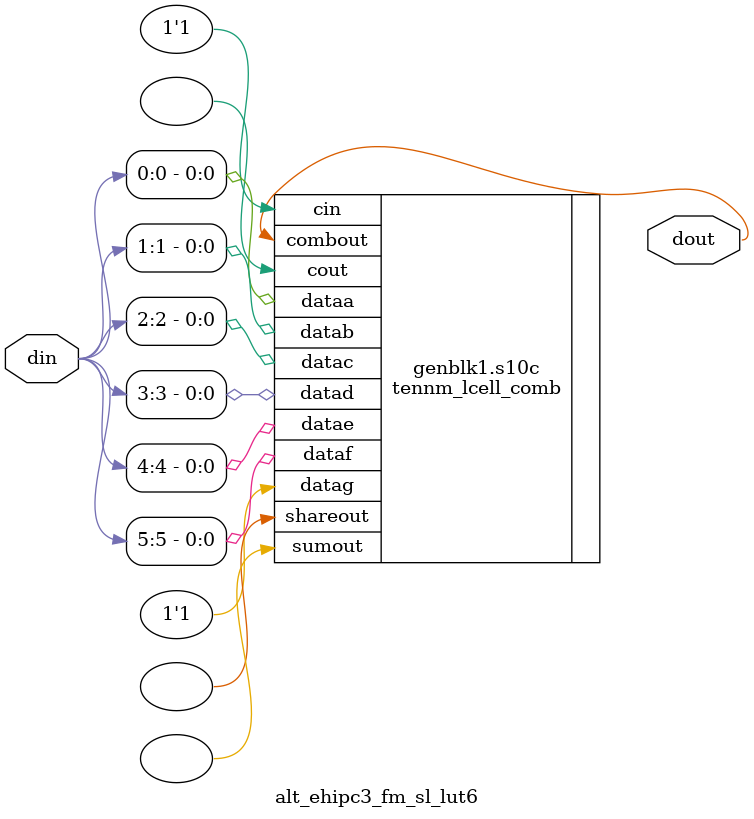
<source format=v>



`timescale 1 ps / 1 ps

module alt_ehipc3_fm_sl_lut6 #(
    parameter MASK = 64'h80000000_00000000,
    parameter SIM_EMULATE = 1'b0
) (
    input [5:0] din,
    output dout
);

generate
    if (SIM_EMULATE) begin
        assign dout = MASK [din];
    end else begin

        tennm_lcell_comb s10c (
            .dataa (din[0]),
            .datab (din[1]),
            .datac (din[2]),
            .datad (din[3]),
            .datae (din[4]),
            .dataf (din[5]),
            .datag(1'b1),
            .cin(1'b1),
            // synthesis translate_off
            .datah(1'b1),
            .sharein(1'b0),  // does not exist in S10, but present in models for now
            // synthesis translate_on
            .sumout(),.cout(),.shareout(),
            .combout(dout)
        );
        defparam s10c .lut_mask = MASK;
        defparam s10c .shared_arith = "off";
        defparam s10c .extended_lut = "off";
    end
endgenerate

endmodule

</source>
